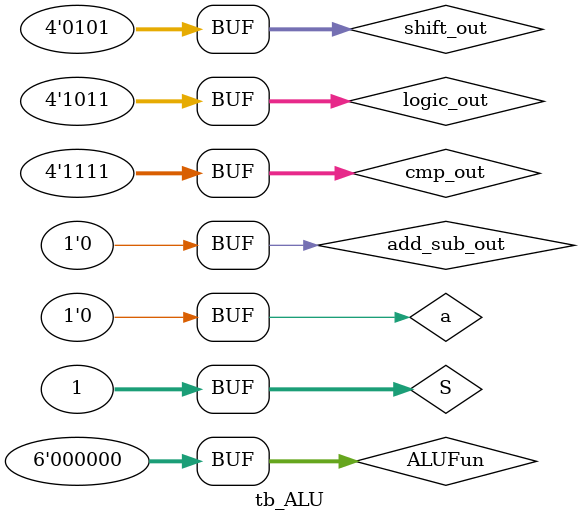
<source format=v>
module tb_ALU;
reg [5:0] ALUFun;
wire [31:0] S;
wire a;
wire [3:0] cmp_out,shift_out,logic_out,addsub_out;
wire [3:0] ALUOut;

assign a=0;
assign cmp_out=111;
assign shift_out=101;
assign logic_out=011;
assign add_sub_out=010;
assign S=(a==0);


assign ALUOut=ALUFun[5]?(ALUFun[4]?cmp_out:shift_out): //11,10
				(ALUFun[4]?logic_out:addsub_out);		//01,00
initial begin
ALUFun<=0;
#20 ALUFun[5:4]<=01;
#20 ALUFun[5:4]<=11;
#20 ALUFun[5:4]<=10;
#20 ALUFun[5:4]<=00;

end


endmodule

</source>
